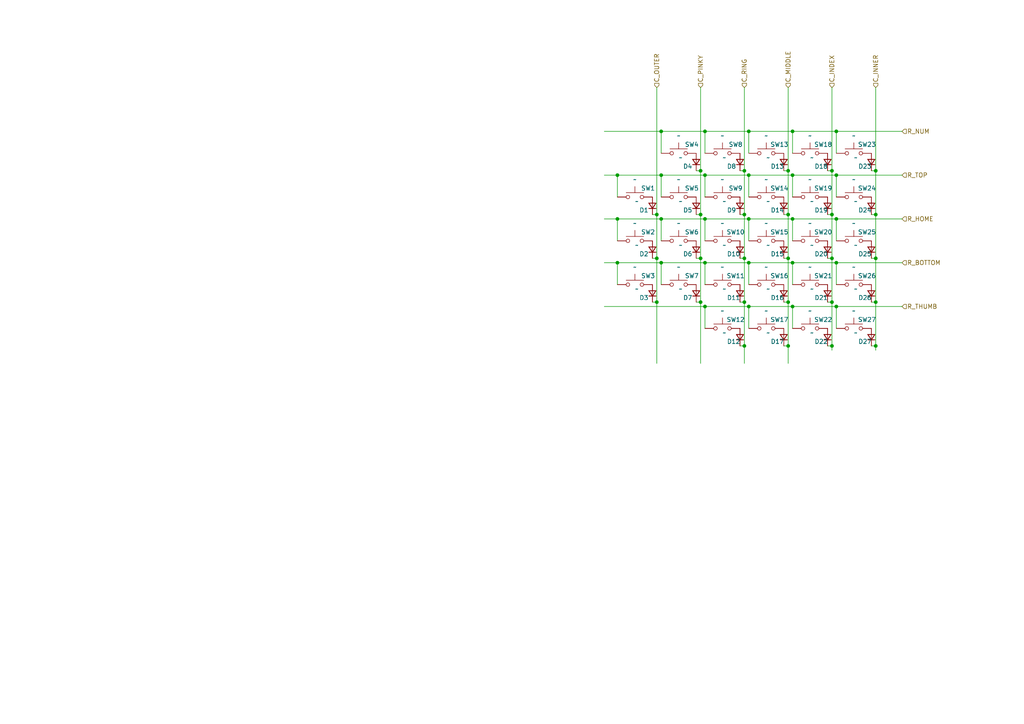
<source format=kicad_sch>
(kicad_sch (version 20211123) (generator eeschema)
  (paper "A4")
  (lib_symbols
    (symbol "Device:D_Small" (pin_numbers hide) (pin_names (offset 0.254) hide)
      (property "Reference" "D" (at -1.27 2.032 0))
      (property "Value" "D_Small" (at -3.81 -2.032 0))
      (symbol "D_Small_0_1"
        (polyline (pts (xy -0.762 -1.016) (xy -0.762 1.016)) (stroke (width 0.254)))
        (polyline (pts (xy -0.762 0) (xy 0.762 0)))
        (polyline (pts (xy 0.762 -1.016) (xy -0.762 0) (xy 0.762 1.016) (xy 0.762 -1.016)) (stroke (width 0.254)))
      )
      (symbol "D_Small_1_1"
        (pin passive line (at -2.54 0 0) (length 1.778) (name "K") (number "1"))
        (pin passive line (at 2.54 0 180) (length 1.778) (name "A") (number "2"))
      )
    )
    (symbol "Switch:SW_Push" (pin_numbers hide) (pin_names (offset 1.016) hide)
      (property "Reference" "SW" (at 1.27 2.54 0))
      (property "Value" "SW_Push" (at 0 -1.524 0))
      (symbol "SW_Push_0_1"
        (circle (center -2.032 0) (radius 0.508))
        (polyline (pts (xy 0 1.27) (xy 0 3.048)))
        (polyline (pts (xy 2.54 1.27) (xy -2.54 1.27)))
        (circle (center 2.032 0) (radius 0.508))
        (pin passive line (at -5.08 0 0) (length 2.54) (name "1") (number "1"))
        (pin passive line (at 5.08 0 180) (length 2.54) (name "2") (number "2"))
      )
    )
  )
  (junction (at 204.47 88.9))
  (junction (at 217.17 76.2))
  (junction (at 242.57 38.1))
  (junction (at 254 49.53))
  (junction (at 215.9 100.33))
  (junction (at 204.47 38.1))
  (junction (at 228.6 87.63))
  (junction (at 215.9 62.23))
  (junction (at 179.07 76.2))
  (junction (at 191.77 38.1))
  (junction (at 254 100.33))
  (junction (at 242.57 88.9))
  (junction (at 217.17 38.1))
  (junction (at 179.07 63.5))
  (junction (at 241.3 87.63))
  (junction (at 203.2 74.93))
  (junction (at 254 74.93))
  (junction (at 190.5 62.23))
  (junction (at 242.57 76.2))
  (junction (at 215.9 74.93))
  (junction (at 228.6 100.33))
  (junction (at 228.6 74.93))
  (junction (at 229.87 76.2))
  (junction (at 242.57 50.8))
  (junction (at 191.77 76.2))
  (junction (at 203.2 87.63))
  (junction (at 242.57 63.5))
  (junction (at 241.3 49.53))
  (junction (at 191.77 50.8))
  (junction (at 217.17 63.5))
  (junction (at 228.6 49.53))
  (junction (at 229.87 50.8))
  (junction (at 215.9 87.63))
  (junction (at 254 62.23))
  (junction (at 217.17 88.9))
  (junction (at 204.47 63.5))
  (junction (at 217.17 50.8))
  (junction (at 203.2 49.53))
  (junction (at 203.2 62.23))
  (junction (at 229.87 38.1))
  (junction (at 204.47 50.8))
  (junction (at 190.5 87.63))
  (junction (at 204.47 76.2))
  (junction (at 241.3 74.93))
  (junction (at 228.6 62.23))
  (junction (at 241.3 62.23))
  (junction (at 254 87.63))
  (junction (at 191.77 63.5))
  (junction (at 215.9 49.53))
  (junction (at 241.3 100.33))
  (junction (at 229.87 88.9))
  (junction (at 190.5 74.93))
  (junction (at 179.07 50.8))
  (junction (at 229.87 63.5))
  (wire (pts (xy 254 62.23) (xy 252.73 62.23)))
  (wire (pts (xy 228.6 74.93) (xy 227.33 74.93)))
  (wire (pts (xy 228.6 62.23) (xy 228.6 74.93)))
  (wire (pts (xy 254 74.93) (xy 254 87.63)))
  (wire (pts (xy 228.6 74.93) (xy 228.6 87.63)))
  (wire (pts (xy 203.2 25.4) (xy 203.2 49.53)))
  (wire (pts (xy 215.9 87.63) (xy 214.63 87.63)))
  (wire (pts (xy 203.2 74.93) (xy 203.2 87.63)))
  (wire (pts (xy 241.3 87.63) (xy 240.03 87.63)))
  (wire (pts (xy 241.3 25.4) (xy 241.3 49.53)))
  (wire (pts (xy 254 62.23) (xy 254 74.93)))
  (wire (pts (xy 204.47 76.2) (xy 204.47 82.55)))
  (wire (pts (xy 242.57 76.2) (xy 261.62 76.2)))
  (wire (pts (xy 228.6 49.53) (xy 227.33 49.53)))
  (wire (pts (xy 215.9 74.93) (xy 214.63 74.93)))
  (wire (pts (xy 242.57 38.1) (xy 261.62 38.1)))
  (wire (pts (xy 204.47 76.2) (xy 217.17 76.2)))
  (wire (pts (xy 217.17 63.5) (xy 229.87 63.5)))
  (wire (pts (xy 241.3 87.63) (xy 241.3 100.33)))
  (wire (pts (xy 215.9 87.63) (xy 215.9 100.33)))
  (wire (pts (xy 242.57 38.1) (xy 242.57 44.45)))
  (wire (pts (xy 254 49.53) (xy 252.73 49.53)))
  (wire (pts (xy 217.17 38.1) (xy 229.87 38.1)))
  (wire (pts (xy 254 49.53) (xy 254 62.23)))
  (wire (pts (xy 191.77 38.1) (xy 191.77 44.45)))
  (wire (pts (xy 241.3 62.23) (xy 241.3 74.93)))
  (wire (pts (xy 215.9 25.4) (xy 215.9 49.53)))
  (wire (pts (xy 191.77 38.1) (xy 204.47 38.1)))
  (wire (pts (xy 242.57 88.9) (xy 261.62 88.9)))
  (wire (pts (xy 215.9 74.93) (xy 215.9 87.63)))
  (wire (pts (xy 254 87.63) (xy 252.73 87.63)))
  (wire (pts (xy 242.57 63.5) (xy 261.62 63.5)))
  (wire (pts (xy 241.3 74.93) (xy 241.3 87.63)))
  (wire (pts (xy 229.87 38.1) (xy 242.57 38.1)))
  (wire (pts (xy 229.87 50.8) (xy 242.57 50.8)))
  (wire (pts (xy 204.47 88.9) (xy 217.17 88.9)))
  (wire (pts (xy 228.6 49.53) (xy 228.6 62.23)))
  (wire (pts (xy 217.17 50.8) (xy 229.87 50.8)))
  (wire (pts (xy 229.87 88.9) (xy 242.57 88.9)))
  (wire (pts (xy 229.87 76.2) (xy 242.57 76.2)))
  (wire (pts (xy 254 100.33) (xy 252.73 100.33)))
  (wire (pts (xy 204.47 63.5) (xy 217.17 63.5)))
  (wire (pts (xy 203.2 87.63) (xy 201.93 87.63)))
  (wire (pts (xy 228.6 62.23) (xy 227.33 62.23)))
  (wire (pts (xy 254 100.33) (xy 254 101.6)))
  (wire (pts (xy 203.2 49.53) (xy 201.93 49.53)))
  (wire (pts (xy 179.07 50.8) (xy 179.07 57.15)))
  (wire (pts (xy 191.77 63.5) (xy 204.47 63.5)))
  (wire (pts (xy 242.57 76.2) (xy 242.57 82.55)))
  (wire (pts (xy 190.5 62.23) (xy 189.23 62.23)))
  (wire (pts (xy 217.17 76.2) (xy 229.87 76.2)))
  (wire (pts (xy 228.6 87.63) (xy 227.33 87.63)))
  (wire (pts (xy 229.87 50.8) (xy 229.87 57.15)))
  (wire (pts (xy 217.17 88.9) (xy 229.87 88.9)))
  (wire (pts (xy 203.2 49.53) (xy 203.2 62.23)))
  (wire (pts (xy 204.47 88.9) (xy 204.47 95.25)))
  (wire (pts (xy 228.6 100.33) (xy 228.6 105.41)))
  (wire (pts (xy 191.77 76.2) (xy 191.77 82.55)))
  (wire (pts (xy 215.9 62.23) (xy 215.9 74.93)))
  (wire (pts (xy 179.07 63.5) (xy 179.07 69.85)))
  (wire (pts (xy 217.17 88.9) (xy 217.17 95.25)))
  (wire (pts (xy 190.5 62.23) (xy 190.5 74.93)))
  (wire (pts (xy 204.47 63.5) (xy 204.47 69.85)))
  (wire (pts (xy 217.17 63.5) (xy 217.17 69.85)))
  (wire (pts (xy 217.17 38.1) (xy 217.17 44.45)))
  (wire (pts (xy 190.5 74.93) (xy 189.23 74.93)))
  (wire (pts (xy 241.3 100.33) (xy 241.3 101.6)))
  (wire (pts (xy 242.57 50.8) (xy 261.62 50.8)))
  (wire (pts (xy 203.2 74.93) (xy 201.93 74.93)))
  (wire (pts (xy 217.17 50.8) (xy 217.17 57.15)))
  (wire (pts (xy 175.26 76.2) (xy 179.07 76.2)))
  (wire (pts (xy 228.6 100.33) (xy 227.33 100.33)))
  (wire (pts (xy 203.2 87.63) (xy 203.2 105.41)))
  (wire (pts (xy 242.57 63.5) (xy 242.57 69.85)))
  (wire (pts (xy 242.57 88.9) (xy 242.57 95.25)))
  (wire (pts (xy 179.07 63.5) (xy 191.77 63.5)))
  (wire (pts (xy 179.07 50.8) (xy 191.77 50.8)))
  (wire (pts (xy 241.3 49.53) (xy 241.3 62.23)))
  (wire (pts (xy 204.47 38.1) (xy 204.47 44.45)))
  (wire (pts (xy 179.07 76.2) (xy 179.07 82.55)))
  (wire (pts (xy 204.47 50.8) (xy 217.17 50.8)))
  (wire (pts (xy 241.3 49.53) (xy 240.03 49.53)))
  (wire (pts (xy 215.9 62.23) (xy 214.63 62.23)))
  (wire (pts (xy 215.9 49.53) (xy 214.63 49.53)))
  (wire (pts (xy 241.3 62.23) (xy 240.03 62.23)))
  (wire (pts (xy 254 74.93) (xy 252.73 74.93)))
  (wire (pts (xy 175.26 50.8) (xy 179.07 50.8)))
  (wire (pts (xy 203.2 62.23) (xy 203.2 74.93)))
  (wire (pts (xy 203.2 62.23) (xy 201.93 62.23)))
  (wire (pts (xy 228.6 87.63) (xy 228.6 100.33)))
  (wire (pts (xy 190.5 87.63) (xy 190.5 105.41)))
  (wire (pts (xy 215.9 100.33) (xy 214.63 100.33)))
  (wire (pts (xy 175.26 88.9) (xy 204.47 88.9)))
  (wire (pts (xy 190.5 87.63) (xy 189.23 87.63)))
  (wire (pts (xy 229.87 38.1) (xy 229.87 44.45)))
  (wire (pts (xy 175.26 38.1) (xy 191.77 38.1)))
  (wire (pts (xy 215.9 49.53) (xy 215.9 62.23)))
  (wire (pts (xy 190.5 74.93) (xy 190.5 87.63)))
  (wire (pts (xy 175.26 63.5) (xy 179.07 63.5)))
  (wire (pts (xy 241.3 74.93) (xy 240.03 74.93)))
  (wire (pts (xy 217.17 76.2) (xy 217.17 82.55)))
  (wire (pts (xy 229.87 63.5) (xy 229.87 69.85)))
  (wire (pts (xy 229.87 88.9) (xy 229.87 95.25)))
  (wire (pts (xy 179.07 76.2) (xy 191.77 76.2)))
  (wire (pts (xy 229.87 76.2) (xy 229.87 82.55)))
  (wire (pts (xy 204.47 50.8) (xy 204.47 57.15)))
  (wire (pts (xy 191.77 63.5) (xy 191.77 69.85)))
  (wire (pts (xy 191.77 50.8) (xy 204.47 50.8)))
  (wire (pts (xy 190.5 25.4) (xy 190.5 62.23)))
  (wire (pts (xy 228.6 25.4) (xy 228.6 49.53)))
  (wire (pts (xy 215.9 100.33) (xy 215.9 105.41)))
  (wire (pts (xy 229.87 63.5) (xy 242.57 63.5)))
  (wire (pts (xy 191.77 50.8) (xy 191.77 57.15)))
  (wire (pts (xy 204.47 38.1) (xy 217.17 38.1)))
  (wire (pts (xy 241.3 100.33) (xy 240.03 100.33)))
  (wire (pts (xy 242.57 50.8) (xy 242.57 57.15)))
  (wire (pts (xy 254 87.63) (xy 254 100.33)))
  (wire (pts (xy 254 25.4) (xy 254 49.53)))
  (wire (pts (xy 191.77 76.2) (xy 204.47 76.2)))
  (hierarchical_label "R_HOME" (shape input) (at 261.62 63.5 0))
  (hierarchical_label "C_INDEX" (shape input) (at 241.3 25.4 90))
  (hierarchical_label "C_PINKY" (shape input) (at 203.2 25.4 90))
  (hierarchical_label "C_MIDDLE" (shape input) (at 228.6 25.4 90))
  (hierarchical_label "R_BOTTOM" (shape input) (at 261.62 76.2 0))
  (hierarchical_label "R_TOP" (shape input) (at 261.62 50.8 0))
  (hierarchical_label "R_NUM" (shape input) (at 261.62 38.1 0))
  (hierarchical_label "C_RING" (shape input) (at 215.9 25.4 90))
  (hierarchical_label "C_OUTER" (shape input) (at 190.5 25.4 90))
  (hierarchical_label "C_INNER" (shape input) (at 254 25.4 90))
  (hierarchical_label "R_THUMB" (shape input) (at 261.62 88.9 0))
  (symbol (lib_id "Device:D_Small") (at 201.93 72.39 270) (mirror x) (unit 1)
    (property "Reference" "D6" (at 198.12 73.66 90) (effects (justify left)))
    (property "Value" "~" (at 196.85 71.12 90) (effects (justify left)))
    (property "Footprint" "1N4148:DIOAD829W49L456D191" (effects hide))
  )
  (symbol (lib_id "Switch:SW_Push") (at 234.95 82.55 0) (mirror y) (unit 1)
    (property "Reference" "SW21" (at 238.76 80.01 0))
    (property "Value" "~" (at 234.95 77.47 0))
    (property "Footprint" "mbk:Choc-1u-solder" (effects hide))
  )
  (symbol (lib_id "Switch:SW_Push") (at 209.55 95.25 0) (mirror y) (unit 1)
    (property "Reference" "SW12" (at 213.36 92.71 0))
    (property "Value" "~" (at 209.55 90.17 0))
    (property "Footprint" "mbk:Choc-1u-solder" (effects hide))
  )
  (symbol (lib_id "Switch:SW_Push") (at 184.15 82.55 0) (mirror y) (unit 1)
    (property "Reference" "SW3" (at 187.96 80.01 0))
    (property "Value" "~" (at 184.15 77.47 0))
    (property "Footprint" "mbk:Choc-1u-solder" (effects hide))
  )
  (symbol (lib_id "Device:D_Small") (at 240.03 59.69 270) (mirror x) (unit 1)
    (property "Reference" "D19" (at 236.22 60.96 90) (effects (justify left)))
    (property "Value" "~" (at 234.95 58.42 90) (effects (justify left)))
    (property "Footprint" "1N4148:DIOAD829W49L456D191" (effects hide))
  )
  (symbol (lib_id "Switch:SW_Push") (at 196.85 44.45 0) (mirror y) (unit 1)
    (property "Reference" "SW4" (at 200.66 41.91 0))
    (property "Value" "~" (at 196.85 39.37 0))
    (property "Footprint" "mbk:Choc-1u-solder" (effects hide))
  )
  (symbol (lib_id "Switch:SW_Push") (at 247.65 82.55 0) (mirror y) (unit 1)
    (property "Reference" "SW26" (at 251.46 80.01 0))
    (property "Value" "~" (at 247.65 77.47 0))
    (property "Footprint" "mbk:Choc-1u-solder" (effects hide))
  )
  (symbol (lib_id "Device:D_Small") (at 252.73 46.99 270) (mirror x) (unit 1)
    (property "Reference" "D23" (at 248.92 48.26 90) (effects (justify left)))
    (property "Value" "~" (at 247.65 45.72 90) (effects (justify left)))
    (property "Footprint" "1N4148:DIOAD829W49L456D191" (effects hide))
  )
  (symbol (lib_id "Device:D_Small") (at 214.63 46.99 270) (mirror x) (unit 1)
    (property "Reference" "D8" (at 210.82 48.26 90) (effects (justify left)))
    (property "Value" "~" (at 209.55 45.72 90) (effects (justify left)))
    (property "Footprint" "1N4148:DIOAD829W49L456D191" (effects hide))
  )
  (symbol (lib_id "Device:D_Small") (at 252.73 97.79 270) (mirror x) (unit 1)
    (property "Reference" "D27" (at 248.92 99.06 90) (effects (justify left)))
    (property "Value" "~" (at 247.65 96.52 90) (effects (justify left)))
    (property "Footprint" "1N4148:DIOAD829W49L456D191" (effects hide))
  )
  (symbol (lib_id "Device:D_Small") (at 240.03 46.99 270) (mirror x) (unit 1)
    (property "Reference" "D18" (at 236.22 48.26 90) (effects (justify left)))
    (property "Value" "~" (at 234.95 45.72 90) (effects (justify left)))
    (property "Footprint" "1N4148:DIOAD829W49L456D191" (effects hide))
  )
  (symbol (lib_id "Switch:SW_Push") (at 247.65 95.25 0) (mirror y) (unit 1)
    (property "Reference" "SW27" (at 251.46 92.71 0))
    (property "Value" "~" (at 247.65 90.17 0))
    (property "Footprint" "mbk:Choc-1u-solder" (effects hide))
  )
  (symbol (lib_id "Device:D_Small") (at 214.63 97.79 270) (mirror x) (unit 1)
    (property "Reference" "D12" (at 210.82 99.06 90) (effects (justify left)))
    (property "Value" "~" (at 209.55 96.52 90) (effects (justify left)))
    (property "Footprint" "1N4148:DIOAD829W49L456D191" (effects hide))
  )
  (symbol (lib_id "Device:D_Small") (at 227.33 97.79 270) (mirror x) (unit 1)
    (property "Reference" "D17" (at 223.52 99.06 90) (effects (justify left)))
    (property "Value" "~" (at 222.25 96.52 90) (effects (justify left)))
    (property "Footprint" "1N4148:DIOAD829W49L456D191" (effects hide))
  )
  (symbol (lib_id "Switch:SW_Push") (at 234.95 95.25 0) (mirror y) (unit 1)
    (property "Reference" "SW22" (at 238.76 92.71 0))
    (property "Value" "~" (at 234.95 90.17 0))
    (property "Footprint" "mbk:Choc-1u-solder" (effects hide))
  )
  (symbol (lib_id "Switch:SW_Push") (at 222.25 95.25 0) (mirror y) (unit 1)
    (property "Reference" "SW17" (at 226.06 92.71 0))
    (property "Value" "~" (at 222.25 90.17 0))
    (property "Footprint" "mbk:Choc-1u-solder" (effects hide))
  )
  (symbol (lib_id "Switch:SW_Push") (at 222.25 69.85 0) (mirror y) (unit 1)
    (property "Reference" "SW15" (at 226.06 67.31 0))
    (property "Value" "~" (at 222.25 64.77 0))
    (property "Footprint" "mbk:Choc-1u-solder" (effects hide))
  )
  (symbol (lib_id "Switch:SW_Push") (at 247.65 57.15 0) (mirror y) (unit 1)
    (property "Reference" "SW24" (at 251.46 54.61 0))
    (property "Value" "~" (at 247.65 52.07 0))
    (property "Footprint" "mbk:Choc-1u-solder" (effects hide))
  )
  (symbol (lib_id "Device:D_Small") (at 189.23 85.09 270) (mirror x) (unit 1)
    (property "Reference" "D3" (at 185.42 86.36 90) (effects (justify left)))
    (property "Value" "~" (at 184.15 83.82 90) (effects (justify left)))
    (property "Footprint" "1N4148:DIOAD829W49L456D191" (effects hide))
  )
  (symbol (lib_id "Device:D_Small") (at 227.33 72.39 270) (mirror x) (unit 1)
    (property "Reference" "D15" (at 223.52 73.66 90) (effects (justify left)))
    (property "Value" "~" (at 222.25 71.12 90) (effects (justify left)))
    (property "Footprint" "1N4148:DIOAD829W49L456D191" (effects hide))
  )
  (symbol (lib_id "Switch:SW_Push") (at 234.95 57.15 0) (mirror y) (unit 1)
    (property "Reference" "SW19" (at 238.76 54.61 0))
    (property "Value" "~" (at 234.95 52.07 0))
    (property "Footprint" "mbk:Choc-1u-solder" (effects hide))
  )
  (symbol (lib_id "Switch:SW_Push") (at 184.15 57.15 0) (mirror y) (unit 1)
    (property "Reference" "SW1" (at 187.96 54.61 0))
    (property "Value" "~" (at 184.15 52.07 0))
    (property "Footprint" "mbk:Choc-1u-solder" (effects hide))
  )
  (symbol (lib_id "Device:D_Small") (at 240.03 97.79 270) (mirror x) (unit 1)
    (property "Reference" "D22" (at 236.22 99.06 90) (effects (justify left)))
    (property "Value" "~" (at 234.95 96.52 90) (effects (justify left)))
    (property "Footprint" "1N4148:DIOAD829W49L456D191" (effects hide))
  )
  (symbol (lib_id "Switch:SW_Push") (at 196.85 82.55 0) (mirror y) (unit 1)
    (property "Reference" "SW7" (at 200.66 80.01 0))
    (property "Value" "~" (at 196.85 77.47 0))
    (property "Footprint" "mbk:Choc-1u-solder" (effects hide))
  )
  (symbol (lib_id "Device:D_Small") (at 240.03 72.39 270) (mirror x) (unit 1)
    (property "Reference" "D20" (at 236.22 73.66 90) (effects (justify left)))
    (property "Value" "~" (at 234.95 71.12 90) (effects (justify left)))
    (property "Footprint" "1N4148:DIOAD829W49L456D191" (effects hide))
  )
  (symbol (lib_id "Switch:SW_Push") (at 196.85 57.15 0) (mirror y) (unit 1)
    (property "Reference" "SW5" (at 200.66 54.61 0))
    (property "Value" "~" (at 196.85 52.07 0))
    (property "Footprint" "mbk:Choc-1u-solder" (effects hide))
  )
  (symbol (lib_id "Switch:SW_Push") (at 209.55 82.55 0) (mirror y) (unit 1)
    (property "Reference" "SW11" (at 213.36 80.01 0))
    (property "Value" "~" (at 209.55 77.47 0))
    (property "Footprint" "mbk:Choc-1u-solder" (effects hide))
  )
  (symbol (lib_id "Device:D_Small") (at 227.33 46.99 270) (mirror x) (unit 1)
    (property "Reference" "D13" (at 223.52 48.26 90) (effects (justify left)))
    (property "Value" "~" (at 222.25 45.72 90) (effects (justify left)))
    (property "Footprint" "1N4148:DIOAD829W49L456D191" (effects hide))
  )
  (symbol (lib_id "Device:D_Small") (at 214.63 85.09 270) (mirror x) (unit 1)
    (property "Reference" "D11" (at 210.82 86.36 90) (effects (justify left)))
    (property "Value" "~" (at 209.55 83.82 90) (effects (justify left)))
    (property "Footprint" "1N4148:DIOAD829W49L456D191" (effects hide))
  )
  (symbol (lib_id "Switch:SW_Push") (at 247.65 44.45 0) (mirror y) (unit 1)
    (property "Reference" "SW23" (at 251.46 41.91 0))
    (property "Value" "~" (at 247.65 39.37 0))
    (property "Footprint" "mbk:Choc-1u-solder" (effects hide))
  )
  (symbol (lib_id "Switch:SW_Push") (at 247.65 69.85 0) (mirror y) (unit 1)
    (property "Reference" "SW25" (at 251.46 67.31 0))
    (property "Value" "~" (at 247.65 64.77 0))
    (property "Footprint" "mbk:Choc-1u-solder" (effects hide))
  )
  (symbol (lib_id "Switch:SW_Push") (at 222.25 82.55 0) (mirror y) (unit 1)
    (property "Reference" "SW16" (at 226.06 80.01 0))
    (property "Value" "~" (at 222.25 77.47 0))
    (property "Footprint" "mbk:Choc-1u-solder" (effects hide))
  )
  (symbol (lib_id "Switch:SW_Push") (at 209.55 44.45 0) (mirror y) (unit 1)
    (property "Reference" "SW8" (at 213.36 41.91 0))
    (property "Value" "~" (at 209.55 39.37 0))
    (property "Footprint" "mbk:Choc-1u-solder" (effects hide))
  )
  (symbol (lib_id "Device:D_Small") (at 214.63 59.69 270) (mirror x) (unit 1)
    (property "Reference" "D9" (at 210.82 60.96 90) (effects (justify left)))
    (property "Value" "~" (at 209.55 58.42 90) (effects (justify left)))
    (property "Footprint" "1N4148:DIOAD829W49L456D191" (effects hide))
  )
  (symbol (lib_id "Device:D_Small") (at 201.93 85.09 270) (mirror x) (unit 1)
    (property "Reference" "D7" (at 198.12 86.36 90) (effects (justify left)))
    (property "Value" "~" (at 196.85 83.82 90) (effects (justify left)))
    (property "Footprint" "1N4148:DIOAD829W49L456D191" (effects hide))
  )
  (symbol (lib_id "Device:D_Small") (at 201.93 59.69 270) (mirror x) (unit 1)
    (property "Reference" "D5" (at 198.12 60.96 90) (effects (justify left)))
    (property "Value" "~" (at 196.85 58.42 90) (effects (justify left)))
    (property "Footprint" "1N4148:DIOAD829W49L456D191" (effects hide))
  )
  (symbol (lib_id "Device:D_Small") (at 227.33 59.69 270) (mirror x) (unit 1)
    (property "Reference" "D14" (at 223.52 60.96 90) (effects (justify left)))
    (property "Value" "~" (at 222.25 58.42 90) (effects (justify left)))
    (property "Footprint" "1N4148:DIOAD829W49L456D191" (effects hide))
  )
  (symbol (lib_id "Switch:SW_Push") (at 196.85 69.85 0) (mirror y) (unit 1)
    (property "Reference" "SW6" (at 200.66 67.31 0))
    (property "Value" "~" (at 196.85 64.77 0))
    (property "Footprint" "mbk:Choc-1u-solder" (effects hide))
  )
  (symbol (lib_id "Device:D_Small") (at 201.93 46.99 270) (mirror x) (unit 1)
    (property "Reference" "D4" (at 198.12 48.26 90) (effects (justify left)))
    (property "Value" "~" (at 196.85 45.72 90) (effects (justify left)))
    (property "Footprint" "1N4148:DIOAD829W49L456D191" (effects hide))
  )
  (symbol (lib_id "Switch:SW_Push") (at 222.25 44.45 0) (mirror y) (unit 1)
    (property "Reference" "SW13" (at 226.06 41.91 0))
    (property "Value" "~" (at 222.25 39.37 0))
    (property "Footprint" "mbk:Choc-1u-solder" (effects hide))
  )
  (symbol (lib_id "Switch:SW_Push") (at 234.95 44.45 0) (mirror y) (unit 1)
    (property "Reference" "SW18" (at 238.76 41.91 0))
    (property "Value" "~" (at 234.95 39.37 0))
    (property "Footprint" "mbk:Choc-1u-solder" (effects hide))
  )
  (symbol (lib_id "Switch:SW_Push") (at 184.15 69.85 0) (mirror y) (unit 1)
    (property "Reference" "SW2" (at 187.96 67.31 0))
    (property "Value" "~" (at 184.15 64.77 0))
    (property "Footprint" "mbk:Choc-1u-solder" (effects hide))
  )
  (symbol (lib_id "Device:D_Small") (at 252.73 59.69 270) (mirror x) (unit 1)
    (property "Reference" "D24" (at 248.92 60.96 90) (effects (justify left)))
    (property "Value" "~" (at 247.65 58.42 90) (effects (justify left)))
    (property "Footprint" "1N4148:DIOAD829W49L456D191" (effects hide))
  )
  (symbol (lib_id "Switch:SW_Push") (at 222.25 57.15 0) (mirror y) (unit 1)
    (property "Reference" "SW14" (at 226.06 54.61 0))
    (property "Value" "~" (at 222.25 52.07 0))
    (property "Footprint" "mbk:Choc-1u-solder" (effects hide))
  )
  (symbol (lib_id "Device:D_Small") (at 227.33 85.09 270) (mirror x) (unit 1)
    (property "Reference" "D16" (at 223.52 86.36 90) (effects (justify left)))
    (property "Value" "~" (at 222.25 83.82 90) (effects (justify left)))
    (property "Footprint" "1N4148:DIOAD829W49L456D191" (effects hide))
  )
  (symbol (lib_id "Switch:SW_Push") (at 209.55 57.15 0) (mirror y) (unit 1)
    (property "Reference" "SW9" (at 213.36 54.61 0))
    (property "Value" "~" (at 209.55 52.07 0))
    (property "Footprint" "mbk:Choc-1u-solder" (effects hide))
  )
  (symbol (lib_id "Switch:SW_Push") (at 209.55 69.85 0) (mirror y) (unit 1)
    (property "Reference" "SW10" (at 213.36 67.31 0))
    (property "Value" "~" (at 209.55 64.77 0))
    (property "Footprint" "mbk:Choc-1u-solder" (effects hide))
  )
  (symbol (lib_id "Device:D_Small") (at 214.63 72.39 270) (mirror x) (unit 1)
    (property "Reference" "D10" (at 210.82 73.66 90) (effects (justify left)))
    (property "Value" "~" (at 209.55 71.12 90) (effects (justify left)))
    (property "Footprint" "1N4148:DIOAD829W49L456D191" (effects hide))
  )
  (symbol (lib_id "Device:D_Small") (at 189.23 59.69 270) (mirror x) (unit 1)
    (property "Reference" "D1" (at 185.42 60.96 90) (effects (justify left)))
    (property "Value" "~" (at 184.15 58.42 90) (effects (justify left)))
    (property "Footprint" "1N4148:DIOAD829W49L456D191" (effects hide))
  )
  (symbol (lib_id "Device:D_Small") (at 252.73 72.39 270) (mirror x) (unit 1)
    (property "Reference" "D25" (at 248.92 73.66 90) (effects (justify left)))
    (property "Value" "~" (at 247.65 71.12 90) (effects (justify left)))
    (property "Footprint" "1N4148:DIOAD829W49L456D191" (effects hide))
  )
  (symbol (lib_id "Device:D_Small") (at 189.23 72.39 270) (mirror x) (unit 1)
    (property "Reference" "D2" (at 185.42 73.66 90) (effects (justify left)))
    (property "Value" "~" (at 184.15 71.12 90) (effects (justify left)))
    (property "Footprint" "1N4148:DIOAD829W49L456D191" (effects hide))
  )
  (symbol (lib_id "Switch:SW_Push") (at 234.95 69.85 0) (mirror y) (unit 1)
    (property "Reference" "SW20" (at 238.76 67.31 0))
    (property "Value" "~" (at 234.95 64.77 0))
    (property "Footprint" "mbk:Choc-1u-solder" (effects hide))
  )
  (symbol (lib_id "Device:D_Small") (at 240.03 85.09 270) (mirror x) (unit 1)
    (property "Reference" "D21" (at 236.22 86.36 90) (effects (justify left)))
    (property "Value" "~" (at 234.95 83.82 90) (effects (justify left)))
    (property "Footprint" "1N4148:DIOAD829W49L456D191" (effects hide))
  )
  (symbol (lib_id "Device:D_Small") (at 252.73 85.09 270) (mirror x) (unit 1)
    (property "Reference" "D26" (at 248.92 86.36 90) (effects (justify left)))
    (property "Value" "~" (at 247.65 83.82 90) (effects (justify left)))
    (property "Footprint" "1N4148:DIOAD829W49L456D191" (effects hide))
  )
)
</source>
